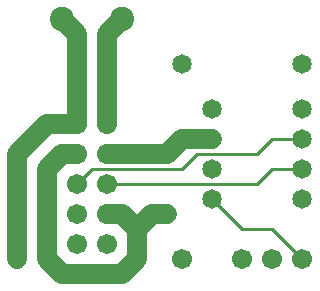
<source format=gbl>
%MOIN*%
%FSLAX25Y25*%
G04 D10 used for Character Trace; *
G04     Circle (OD=.01000) (No hole)*
G04 D11 used for Power Trace; *
G04     Circle (OD=.06500) (No hole)*
G04 D12 used for Signal Trace; *
G04     Circle (OD=.01100) (No hole)*
G04 D13 used for Via; *
G04     Circle (OD=.05800) (Round. Hole ID=.02800)*
G04 D14 used for Component hole; *
G04     Circle (OD=.06500) (Round. Hole ID=.03500)*
G04 D15 used for Component hole; *
G04     Circle (OD=.06700) (Round. Hole ID=.04300)*
G04 D16 used for Component hole; *
G04     Circle (OD=.08100) (Round. Hole ID=.05100)*
G04 D17 used for Component hole; *
G04     Circle (OD=.08900) (Round. Hole ID=.05900)*
G04 D18 used for Component hole; *
G04     Circle (OD=.11300) (Round. Hole ID=.08300)*
G04 D19 used for Component hole; *
G04     Circle (OD=.16000) (Round. Hole ID=.13000)*
G04 D20 used for Component hole; *
G04     Circle (OD=.18300) (Round. Hole ID=.15300)*
G04 D21 used for Component hole; *
G04     Circle (OD=.22291) (Round. Hole ID=.19291)*
%ADD10C,.01000*%
%ADD11C,.06500*%
%ADD12C,.01100*%
%ADD13C,.05800*%
%ADD14C,.06500*%
%ADD15C,.06700*%
%ADD16C,.08100*%
%ADD17C,.08900*%
%ADD18C,.11300*%
%ADD19C,.16000*%
%ADD20C,.18300*%
%ADD21C,.22291*%
%IPPOS*%
%LPD*%
G90*X0Y0D02*D13*X5000Y10000D03*D11*Y45000D01*     
X15000Y55000D01*X25000D01*D15*D03*D11*Y85000D01*  
X20000Y90000D01*D16*D03*D11*X35000Y55000D02*      
Y85000D01*D15*Y55000D03*X25000Y45000D03*D11*      
X20000D01*X15000Y40000D01*Y10000D01*              
X20000Y5000D01*X40000D01*X45000Y10000D01*         
Y20000D01*X50000Y25000D01*X55000D01*D14*D03*D11*  
X45000Y20000D02*X40000Y25000D01*X35000D01*D15*D03*
X25000Y35000D03*D12*X30000Y40000D01*X60000D01*    
X65000Y45000D01*X85000D01*X90000Y50000D01*        
X100000D01*D14*D03*D12*X85000Y35000D02*           
X90000Y40000D01*X35000Y35000D02*X85000D01*D15*    
X35000D03*X25000Y25000D03*X35000Y45000D03*D11*    
X55000D01*D14*D03*D11*X60000Y50000D01*X70000D01*  
D14*D03*Y60000D03*Y40000D03*D12*X90000D02*        
X100000D01*D14*D03*Y30000D03*D12*X80000Y20000D02* 
X90000D01*X100000Y10000D01*D15*D03*X90000D03*D12* 
X80000Y20000D02*X70000Y30000D01*D14*D03*D15*      
X60000Y10000D03*X80000D03*D14*X100000Y60000D03*   
D15*X35000Y15000D03*D14*X100000Y75000D03*         
X60000D03*D15*X25000Y15000D03*D11*X35000Y85000D02*
X40000Y90000D01*D16*D03*M02*                      

</source>
